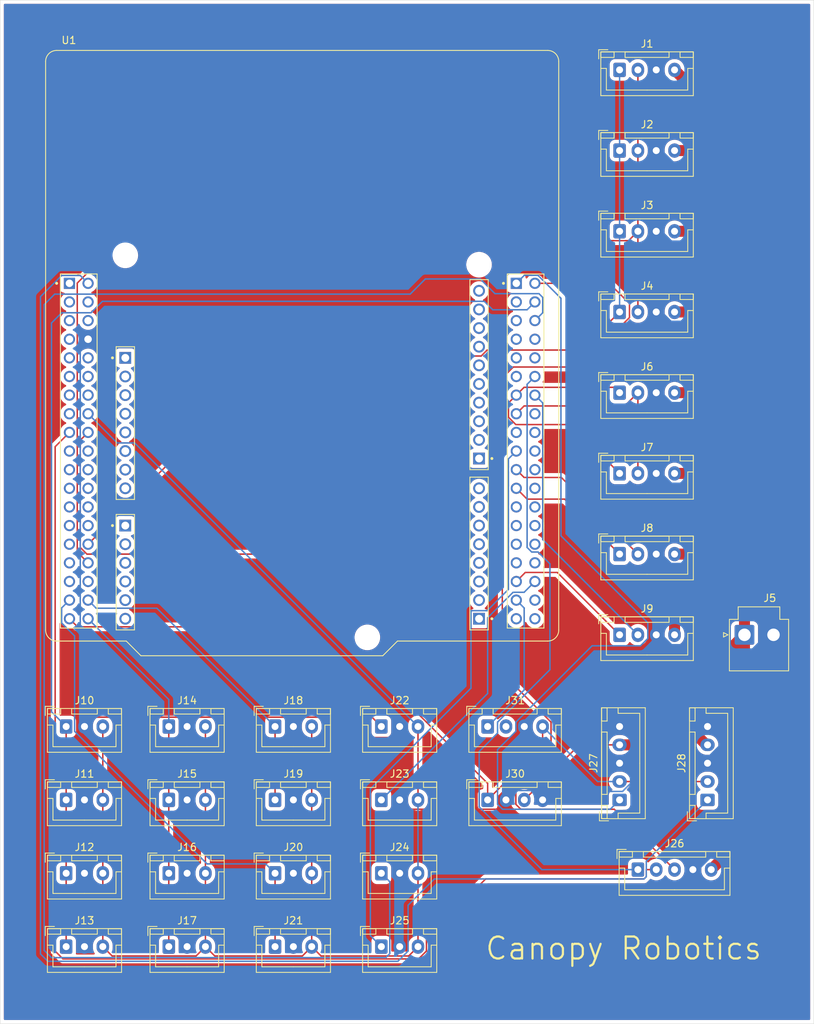
<source format=kicad_pcb>
(kicad_pcb (version 20241229) (generator "pcbnew") (generator_version "9.0")
  (layers (0 "F.Cu" signal) (2 "B.Cu" signal) (13 "F.Paste" user) (15 "B.Paste" user) (5 "F.SilkS" user "F.Silkscreen") (7 "B.SilkS" user "B.Silkscreen") (1 "F.Mask" user) (3 "B.Mask" user) (25 "Edge.Cuts" user))
  (net 0 "")
  (net 1 "/PA4")
  (net 2 "/12V")
  (net 3 "/PA1")
  (net 4 "/GND")
  (net 6 "/PA6")
  (net 7 "/PA7")
  (net 8 "/PA9")
  (net 11 "/PA8")
  (net 12 "/PA11")
  (net 13 "/PA10")
  (net 15 "/3.3V")
  (net 19 "/PC6")
  (net 21 "/PC0")
  (net 23 "/PC1")
  (net 26 "/PC2")
  (net 27 "/PC3")
  (net 30 "/PC4")
  (net 31 "/PC5")
  (net 35 "/PC7")
  (net 39 "/PA12")
  (net 40 "/PA15")
  (net 42 "/PC8")
  (net 43 "/PC9")
  (net 49 "/5V")
  (net 50 "/PC10")
  (net 51 "/PC11")
  (net 53 "/PA3")
  (net 56 "/PA2")
  (footprint "Connector_JST:JST_XH_B3B-XH-A_1x03_P2.50mm_Vertical" (layer "F.Cu") (at 136 163)
    (property "Reference" "J21")
    (property "Value" "Negative_y_switch")
  )
  (footprint "Connector_JST:JST_XH_B3B-XH-A_1x03_P2.50mm_Vertical" (layer "F.Cu") (at 136 153)
    (property "Reference" "J20")
    (property "Value" "Negative_y_switch")
  )
  (footprint "Connector_JST:JST_XH_B5B-XH-A_1x05_P2.50mm_Vertical" (layer "F.Cu") (at 183 143 90)
    (property "Reference" "J27")
    (property "Value" "Nail_gun_vacuum_switch")
  )
  (footprint "Connector_JST:JST_XH_B3B-XH-A_1x03_P2.50mm_Vertical" (layer "F.Cu") (at 107.5 153)
    (property "Reference" "J12")
    (property "Value" "Positive_z_switch")
  )
  (footprint "Connector_JST:JST_XH_B4B-XH-A_1x04_P2.50mm_Vertical" (layer "F.Cu") (at 183 54.5)
    (property "Reference" "J2")
    (property "Value" "X_motor")
  )
  (footprint "Connector_JST:JST_XH_B5B-XH-A_1x05_P2.50mm_Vertical" (layer "F.Cu") (at 195 143 90)
    (property "Reference" "J28")
    (property "Value" "Shingle_vacuum_switch")
  )
  (footprint "Connector_JST:JST_XH_B4B-XH-A_1x04_P2.50mm_Vertical" (layer "F.Cu") (at 183 43.5)
    (property "Reference" "J1")
    (property "Value" "X_motor")
  )
  (footprint "Connector_JST:JST_XH_B3B-XH-A_1x03_P2.50mm_Vertical" (layer "F.Cu") (at 121.5 163)
    (property "Reference" "J17")
    (property "Value" "Negative_z_switch")
  )
  (footprint "Connector_JST:JST_XH_B3B-XH-A_1x03_P2.50mm_Vertical" (layer "F.Cu") (at 107.5 133)
    (property "Reference" "J10")
    (property "Value" "Positive_z_switch")
  )
  (footprint "Connector_JST:JST_XH_B4B-XH-A_1x04_P2.50mm_Vertical" (layer "F.Cu") (at 183 109.5)
    (property "Reference" "J8")
    (property "Value" "Z_motor")
  )
  (footprint "Connector_JST:JST_XH_B3B-XH-A_1x03_P2.50mm_Vertical" (layer "F.Cu") (at 150.5 153)
    (property "Reference" "J24")
    (property "Value" "Positive_r_switch")
  )
  (footprint "NUCLEO-F446RE:MODULE_NUCLEO-F446RE" (layer "F.Cu") (at 139.7 82.1)
    (property "Reference" "U1")
    (property "Value" "NUCLEO-F446RE")
  )
  (footprint "Connector_JST:JST_VH_B2P-VH_1x02_P3.96mm_Vertical" (layer "F.Cu") (at 200.04 120.5)
    (property "Reference" "J5")
    (property "Value" "Power_supply")
  )
  (footprint "Connector_JST:JST_XH_B3B-XH-A_1x03_P2.50mm_Vertical" (layer "F.Cu") (at 150.5 133)
    (property "Reference" "J22")
    (property "Value" "Positive_x_switch")
  )
  (footprint "Connector_JST:JST_XH_B3B-XH-A_1x03_P2.50mm_Vertical" (layer "F.Cu") (at 121.5 153)
    (property "Reference" "J16")
    (property "Value" "Negative_z_switch")
  )
  (footprint "Connector_JST:JST_XH_B4B-XH-A_1x04_P2.50mm_Vertical" (layer "F.Cu") (at 183 87.5)
    (property "Reference" "J6")
    (property "Value" "Y_motor")
  )
  (footprint "Connector_JST:JST_XH_B3B-XH-A_1x03_P2.50mm_Vertical" (layer "F.Cu") (at 150.5 143)
    (property "Reference" "J23")
    (property "Value" "Negative_x_switch")
  )
  (footprint "Connector_JST:JST_XH_B4B-XH-A_1x04_P2.50mm_Vertical" (layer "F.Cu") (at 165 133)
    (property "Reference" "J31")
    (property "Value" "RPI_connection")
  )
  (footprint "Connector_JST:JST_XH_B3B-XH-A_1x03_P2.50mm_Vertical" (layer "F.Cu") (at 121.5 143)
    (property "Reference" "J15")
    (property "Value" "Negative_z_switch")
  )
  (footprint "Connector_JST:JST_XH_B4B-XH-A_1x04_P2.50mm_Vertical" (layer "F.Cu") (at 183 76.5)
    (property "Reference" "J4")
    (property "Value" "X_motor")
  )
  (footprint "Connector_JST:JST_XH_B3B-XH-A_1x03_P2.50mm_Vertical" (layer "F.Cu") (at 150.5 163)
    (property "Reference" "J25")
    (property "Value" "Negative_r_switch")
  )
  (footprint "Connector_JST:JST_XH_B4B-XH-A_1x04_P2.50mm_Vertical" (layer "F.Cu") (at 183 65.5)
    (property "Reference" "J3")
    (property "Value" "X_motor")
  )
  (footprint "Connector_JST:JST_XH_B4B-XH-A_1x04_P2.50mm_Vertical" (layer "F.Cu") (at 183 120.5)
    (property "Reference" "J9")
    (property "Value" "R_motor")
  )
  (footprint "Connector_JST:JST_XH_B4B-XH-A_1x04_P2.50mm_Vertical" (layer "F.Cu") (at 165 143)
    (property "Reference" "J30")
    (property "Value" "Buck_converter")
  )
  (footprint "Connector_JST:JST_XH_B3B-XH-A_1x03_P2.50mm_Vertical" (layer "F.Cu") (at 107.5 143)
    (property "Reference" "J11")
    (property "Value" "Positive_z_switch")
  )
  (footprint "Connector_JST:JST_XH_B5B-XH-A_1x05_P2.50mm_Vertical" (layer "F.Cu") (at 185.5 152.5)
    (property "Reference" "J26")
    (property "Value" "Nail_gun_trigger_linear_actuator")
  )
  (footprint "Connector_JST:JST_XH_B3B-XH-A_1x03_P2.50mm_Vertical" (layer "F.Cu") (at 136 133)
    (property "Reference" "J18")
    (property "Value" "Positive_y_switch")
  )
  (footprint "Connector_JST:JST_XH_B3B-XH-A_1x03_P2.50mm_Vertical" (layer "F.Cu") (at 136 143)
    (property "Reference" "J19")
    (property "Value" "Positive_y_switch")
  )
  (footprint "Connector_JST:JST_XH_B3B-XH-A_1x03_P2.50mm_Vertical" (layer "F.Cu") (at 121.5 133)
    (property "Reference" "J14")
    (property "Value" "Negative_z_switch")
  )
  (footprint "Connector_JST:JST_XH_B3B-XH-A_1x03_P2.50mm_Vertical" (layer "F.Cu") (at 107.5 163)
    (property "Reference" "J13")
    (property "Value" "Positive_z_switch")
  )
  (footprint "Connector_JST:JST_XH_B4B-XH-A_1x04_P2.50mm_Vertical" (layer "F.Cu") (at 183 98.5)
    (property "Reference" "J7")
    (property "Value" "Y_motor")
  )
  (gr_rect (start 98.5 34) (end 209.5 173.5) (stroke (width 0.05)) (fill no) (layer "Edge.Cuts"))
  (gr_text "Canopy Robotics" (at 164.5 165 0) (layer "F.SilkS") (effects (font (size 3 3) (thickness 0.3) (bold yes)) (justify left bottom)))
  (segment (start 109.015 109.215) (end 110.49 110.69) (width 0.2) (layer "F.Cu") (net 1))
  (segment (start 185.5 43.5) (end 185.5 76.5) (width 0.2) (layer "F.Cu") (net 1))
  (segment (start 184.225 66.775) (end 114.798862 66.775) (width 0.2) (layer "F.Cu") (net 1))
  (segment (start 185.5 65.5) (end 184.225 66.775) (width 0.2) (layer "F.Cu") (net 1))
  (segment (start 114.798862 66.775) (end 109.015 72.558862) (width 0.2) (layer "F.Cu") (net 1))
  (segment (start 109.015 72.558862) (end 109.015 109.215) (width 0.2) (layer "F.Cu") (net 1))
  (segment (start 190.5 98.5) (end 200 98.5) (width 1.5) (layer "F.Cu") (net 2))
  (segment (start 193.075 133.745584) (end 194.829416 135.5) (width 1.5) (layer "F.Cu") (net 2))
  (segment (start 200 98.5) (end 200 87.5) (width 6) (layer "F.Cu") (net 2))
  (segment (start 200 65.5) (end 200 55.5) (width 6) (layer "F.Cu") (net 2))
  (segment (start 193.075 127.465) (end 193.075 133.745584) (width 1.5) (layer "F.Cu") (net 2))
  (segment (start 200 76.5) (end 200 65.5) (width 6) (layer "F.Cu") (net 2))
  (segment (start 195 114.5) (end 190.5 119) (width 1.5) (layer "F.Cu") (net 2))
  (segment (start 199.5 109.5) (end 190.5 109.5) (width 1.5) (layer "F.Cu") (net 2))
  (segment (start 190.5 65.5) (end 200 65.5) (width 1.5) (layer "F.Cu") (net 2))
  (segment (start 200.04 114.5) (end 195 114.5) (width 1.5) (layer "F.Cu") (net 2))
  (segment (start 170 143) (end 177.5 135.5) (width 0.2) (layer "F.Cu") (net 2))
  (segment (start 200 114.46) (end 200 98.5) (width 6) (layer "F.Cu") (net 2))
  (segment (start 199.5 52.5) (end 200 52.5) (width 1.5) (layer "F.Cu") (net 2))
  (segment (start 197.77 122.77) (end 193.075 127.465) (width 1.5) (layer "F.Cu") (net 2))
  (segment (start 177.5 135.5) (end 183 135.5) (width 0.2) (layer "F.Cu") (net 2))
  (segment (start 190.5 119) (end 190.5 120.5) (width 1.5) (layer "F.Cu") (net 2))
  (segment (start 190.5 54.5) (end 199 54.5) (width 1.5) (layer "F.Cu") (net 2))
  (segment (start 190.5 76.5) (end 200 76.5) (width 1.5) (layer "F.Cu") (net 2))
  (segment (start 190.5 43.5) (end 199.5 52.5) (width 1.5) (layer "F.Cu") (net 2))
  (segment (start 185.04 135.5) (end 183 135.5) (width 1.5) (layer "F.Cu") (net 2))
  (segment (start 199 54.5) (end 200 55.5) (width 1.5) (layer "F.Cu") (net 2))
  (segment (start 200.04 120.5) (end 185.04 135.5) (width 1.5) (layer "F.Cu") (net 2))
  (segment (start 200.04 120.5) (end 197.77 122.77) (width 1.5) (layer "F.Cu") (net 2))
  (segment (start 200.04 114.5) (end 200.04 120.5) (width 1.5) (layer "F.Cu") (net 2))
  (segment (start 190.5 87.5) (end 200 87.5) (width 1.5) (layer "F.Cu") (net 2))
  (segment (start 200 87.5) (end 200 76.5) (width 6) (layer "F.Cu") (net 2))
  (segment (start 195.5 152.5) (end 200.04 147.96) (width 1.5) (layer "F.Cu") (net 2))
  (segment (start 200.04 147.96) (end 200.04 120.5) (width 1.5) (layer "F.Cu") (net 2))
  (segment (start 200 55.5) (end 200 52.145458) (width 6) (layer "F.Cu") (net 2))
  (segment (start 200 52.145458) (end 200 52.5) (width 5) (layer "F.Cu") (net 2))
  (segment (start 164.119171 82.5) (end 136.14 82.5) (width 0.2) (layer "F.Cu") (net 3))
  (segment (start 177.815 81.685) (end 164.934171 81.685) (width 0.2) (layer "F.Cu") (net 3))
  (segment (start 183 76.5) (end 177.815 81.685) (width 0.2) (layer "F.Cu") (net 3))
  (segment (start 164.934171 81.685) (end 164.119171 82.5) (width 0.2) (layer "F.Cu") (net 3))
  (segment (start 136.14 82.5) (end 110.49 108.15) (width 0.2) (layer "F.Cu") (net 3))
  (segment (start 183 43.5) (end 183 76.5) (width 0.2) (layer "B.Cu") (net 3))
  (segment (start 124 143) (end 124 153) (width 0.2) (layer "F.Cu") (net 4))
  (segment (start 138.5 153) (end 138.5 163) (width 0.2) (layer "F.Cu") (net 4))
  (segment (start 122.725 131.725) (end 111.275 131.725) (width 0.2) (layer "F.Cu") (net 4))
  (segment (start 139.775 131.725) (end 138.5 133) (width 0.2) (layer "F.Cu") (net 4))
  (segment (start 153 133) (end 151.5 134.5) (width 0.2) (layer "F.Cu") (net 4))
  (segment (start 154.275 144.275) (end 166.225 144.275) (width 0.2) (layer "F.Cu") (net 4))
  (segment (start 124 133) (end 124 143) (width 0.2) (layer "F.Cu") (net 4))
  (segment (start 151.5 134.5) (end 145 134.5) (width 0.2) (layer "F.Cu") (net 4))
  (segment (start 138.5 133) (end 138.5 143) (width 0.2) (layer "F.Cu") (net 4))
  (segment (start 110 133) (end 110 143) (width 0.2) (layer "F.Cu") (net 4))
  (segment (start 145 134.5) (end 142.225 131.725) (width 0.2) (layer "F.Cu") (net 4))
  (segment (start 111.275 131.725) (end 110 133) (width 0.2) (layer "F.Cu") (net 4))
  (segment (start 138.5 133) (end 137.225 131.725) (width 0.2) (layer "F.Cu") (net 4))
  (segment (start 166.225 144.275) (end 167.5 143) (width 0.2) (layer "F.Cu") (net 4))
  (segment (start 125.275 131.725) (end 124 133) (width 0.2) (layer "F.Cu") (net 4))
  (segment (start 124 133) (end 122.725 131.725) (width 0.2) (layer "F.Cu") (net 4))
  (segment (start 153 143) (end 154.275 144.275) (width 0.2) (layer "F.Cu") (net 4))
  (segment (start 153 143) (end 153 153) (width 0.2) (layer "F.Cu") (net 4))
  (segment (start 110 143) (end 110 153) (width 0.2) (layer "F.Cu") (net 4))
  (segment (start 142.225 131.725) (end 139.775 131.725) (width 0.2) (layer "F.Cu") (net 4))
  (segment (start 137.225 131.725) (end 125.275 131.725) (width 0.2) (layer "F.Cu") (net 4))
  (segment (start 153 133) (end 153 143) (width 0.2) (layer "F.Cu") (net 4))
  (segment (start 138.5 143) (end 138.5 153) (width 0.2) (layer "F.Cu") (net 4))
  (segment (start 153 153) (end 153 163) (width 0.2) (layer "F.Cu") (net 4))
  (segment (start 110 153) (end 110 163) (width 0.2) (layer "F.Cu") (net 4))
  (segment (start 124 153) (end 124 163) (width 0.2) (layer "F.Cu") (net 4))
  (segment (start 109.425 132.425) (end 109.425 81.275) (width 0.2) (layer "B.Cu") (net 4))
  (segment (start 183 138) (end 186.5 138) (width 1.5) (layer "B.Cu") (net 4))
  (segment (start 189.829416 67.5) (end 200 67.5) (width 1.5) (layer "B.Cu") (net 4))
  (segment (start 189.829416 100.5) (end 200 100.5) (width 1.5) (layer "B.Cu") (net 4))
  (segment (start 189.754416 78.425) (end 199.575 78.425) (width 1.5) (layer "B.Cu") (net 4))
  (segment (start 188 44) (end 188 43.5) (width 1.5) (layer "B.Cu") (net 4))
  (segment (start 186.5 138) (end 204 120.5) (width 1.5) (layer "B.Cu") (net 4))
  (segment (start 200 52) (end 196 52) (width 1.5) (layer "B.Cu") (net 4))
  (segment (start 188 65.670584) (end 189.829416 67.5) (width 1.5) (layer "B.Cu") (net 4))
  (segment (start 191.5 133) (end 204 120.5) (width 1.5) (layer "B.Cu") (net 4))
  (segment (start 192 122.5) (end 200 114.5) (width 1.5) (layer "B.Cu") (net 4))
  (segment (start 200 78) (end 200 89.5) (width 5) (layer "B.Cu") (net 4))
  (segment (start 170 133) (end 170 140.109744) (width 0.2) (layer "B.Cu") (net 4))
  (segment (start 188 76.670584) (end 189.754416 78.425) (width 1.5) (layer "B.Cu") (net 4))
  (segment (start 191.329416 58) (end 188 54.670584) (width 1.5) (layer "B.Cu") (net 4))
  (segment (start 200 58) (end 191.329416 58) (width 1.5) (layer "B.Cu") (net 4))
  (segment (start 167.5 143) (end 168.775 141.725) (width 0.2) (layer "B.Cu") (net 4))
  (segment (start 189.754416 111.425) (end 199.575 111.425) (width 1.5) (layer "B.Cu") (net 4))
  (segment (start 193 152.329416) (end 204 141.329416) (width 1.5) (layer "B.Cu") (net 4))
  (segment (start 196 52) (end 188 44) (width 1.5) (layer "B.Cu") (net 4))
  (segment (start 172.5 143) (end 173.65 141.85) (width 0.2) (layer "B.Cu") (net 4))
  (segment (start 200 100.5) (end 200 111) (width 5) (layer "B.Cu") (net 4))
  (segment (start 168.775 141.725) (end 171.225 141.725) (width 0.2) (layer "B.Cu") (net 4))
  (segment (start 204 118.5) (end 200 114.5) (width 1.5) (layer "B.Cu") (net 4))
  (segment (start 199.575 111.425) (end 200 111) (width 1.5) (layer "B.Cu") (net 4))
  (segment (start 200 67.5) (end 200 78) (width 5) (layer "B.Cu") (net 4))
  (segment (start 184.5 139.5) (end 183 138) (width 0.2) (layer "B.Cu") (net 4))
  (segment (start 195.125 133) (end 204 124.125) (width 1.5) (layer "B.Cu") (net 4))
  (segment (start 188 98.670584) (end 189.829416 100.5) (width 1.5) (layer "B.Cu") (net 4))
  (segment (start 200 52) (end 200 58) (width 5) (layer "B.Cu") (net 4))
  (segment (start 173.65 141.85) (end 183.401346 141.85) (width 0.2) (layer "B.Cu") (net 4))
  (segment (start 204 129.170584) (end 204 120.5) (width 1.5) (layer "B.Cu") (net 4))
  (segment (start 188 109.670584) (end 189.754416 111.425) (width 1.5) (layer "B.Cu") (net 4))
  (segment (start 183 133) (end 191.5 133) (width 1.5) (layer "B.Cu") (net 4))
  (segment (start 189.829416 122.5) (end 192 122.5) (width 1.5) (layer "B.Cu") (net 4))
  (segment (start 189.829416 89.5) (end 200 89.5) (width 1.5) (layer "B.Cu") (net 4))
  (segment (start 184.5 140.751346) (end 184.5 139.5) (width 0.2) (layer "B.Cu") (net 4))
  (segment (start 199.575 78.425) (end 200 78) (width 1.5) (layer "B.Cu") (net 4))
  (segment (start 183.401346 141.85) (end 184.5 140.751346) (width 0.2) (layer "B.Cu") (net 4))
  (segment (start 170 140.109744) (end 167.5 142.609744) (width 0.2) (layer "B.Cu") (net 4))
  (segment (start 188 120.670584) (end 189.829416 122.5) (width 1.5) (layer "B.Cu") (net 4))
  (segment (start 204 120.5) (end 204 118.5) (width 1.5) (layer "B.Cu") (net 4))
  (segment (start 204 141.329416) (end 204 120.5) (width 1.5) (layer "B.Cu") (net 4))
  (segment (start 200 89.5) (end 200 100.5) (width 5) (layer "B.Cu") (net 4))
  (segment (start 188 87.670584) (end 189.829416 89.5) (width 1.5) (layer "B.Cu") (net 4))
  (segment (start 195.170584 138) (end 204 129.170584) (width 1.5) (layer "B.Cu") (net 4))
  (segment (start 200 58) (end 200 67.5) (width 5) (layer "B.Cu") (net 4))
  (segment (start 109.425 81.275) (end 110.49 80.21) (width 0.2) (layer "B.Cu") (net 4))
  (segment (start 171.225 141.725) (end 172.5 143) (width 0.2) (layer "B.Cu") (net 4))
  (segment (start 204 124.125) (end 204 120.5) (width 1.5) (layer "B.Cu") (net 4))
  (segment (start 200 111) (end 200 114.5) (width 5) (layer "B.Cu") (net 4))
  (segment (start 168.845 91.845) (end 176.345 91.845) (width 0.2) (layer "F.Cu") (net 6))
  (segment (start 169.975 86.765) (end 168.91 87.83) (width 0.2) (layer "F.Cu") (net 6))
  (segment (start 167.845 90.845) (end 168.845 91.845) (width 0.2) (layer "F.Cu") (net 6))
  (segment (start 167.845 88.895) (end 167.845 90.845) (width 0.2) (layer "F.Cu") (net 6))
  (segment (start 182.265 86.765) (end 169.975 86.765) (width 0.2) (layer "F.Cu") (net 6))
  (segment (start 168.91 87.83) (end 167.845 88.895) (width 0.2) (layer "F.Cu") (net 6))
  (segment (start 176.345 91.845) (end 183 98.5) (width 0.2) (layer "F.Cu") (net 6))
  (segment (start 183.695 89.305) (end 169.975 89.305) (width 0.2) (layer "F.Cu") (net 7))
  (segment (start 185.5 87.5) (end 185.5 98.5) (width 0.2) (layer "F.Cu") (net 7))
  (segment (start 185.5 87.5) (end 183.695 89.305) (width 0.2) (layer "F.Cu") (net 7))
  (segment (start 169.975 89.305) (end 168.91 90.37) (width 0.2) (layer "F.Cu") (net 7))
  (segment (start 185.5 109.5) (end 175.055 99.055) (width 0.2) (layer "F.Cu") (net 8))
  (segment (start 175.055 99.055) (end 169.975 99.055) (width 0.2) (layer "F.Cu") (net 8))
  (segment (start 169.975 99.055) (end 168.91 97.99) (width 0.2) (layer "F.Cu") (net 8))
  (segment (start 170.385 102.005) (end 168.91 100.53) (width 0.2) (layer "F.Cu") (net 11))
  (segment (start 175.505 102.005) (end 170.385 102.005) (width 0.2) (layer "F.Cu") (net 11))
  (segment (start 183 109.5) (end 175.505 102.005) (width 0.2) (layer "F.Cu") (net 11))
  (segment (start 185.5 120.5) (end 172.515 107.515) (width 0.2) (layer "B.Cu") (net 12))
  (segment (start 172.515 88.895) (end 171.45 87.83) (width 0.2) (layer "B.Cu") (net 12))
  (segment (start 172.515 107.515) (end 172.515 88.895) (width 0.2) (layer "B.Cu") (net 12))
  (segment (start 174.5 112) (end 170.14 112) (width 0.2) (layer "F.Cu") (net 13))
  (segment (start 183 120.5) (end 174.5 112) (width 0.2) (layer "F.Cu") (net 13))
  (segment (start 170.14 112) (end 168.91 113.23) (width 0.2) (layer "F.Cu") (net 13))
  (segment (start 126.5 143) (end 126.5 133) (width 0.2) (layer "F.Cu") (net 15))
  (segment (start 126.5 153) (end 126.5 143) (width 0.2) (layer "F.Cu") (net 15))
  (segment (start 113.775 164.275) (end 112.5 163) (width 0.2) (layer "F.Cu") (net 15))
  (segment (start 112.5 143) (end 112.5 133) (width 0.2) (layer "F.Cu") (net 15))
  (segment (start 141 163) (end 141 153) (width 0.2) (layer "F.Cu") (net 15))
  (segment (start 126.5 163) (end 126.5 153) (width 0.2) (layer "F.Cu") (net 15))
  (segment (start 155.5 133) (end 155.5 143) (width 0.2) (layer "F.Cu") (net 15))
  (segment (start 139.725 164.275) (end 127.775 164.275) (width 0.2) (layer "F.Cu") (net 15))
  (segment (start 155.5 163) (end 154.225 164.275) (width 0.2) (layer "F.Cu") (net 15))
  (segment (start 155.5 153) (end 155.5 163) (width 0.2) (layer "F.Cu") (net 15))
  (segment (start 112.5 153) (end 112.5 143) (width 0.2) (layer "F.Cu") (net 15))
  (segment (start 142.275 164.275) (end 141 163) (width 0.2) (layer "F.Cu") (net 15))
  (segment (start 154.225 164.275) (end 142.275 164.275) (width 0.2) (layer "F.Cu") (net 15))
  (segment (start 141 153) (end 141 143) (width 0.2) (layer "F.Cu") (net 15))
  (segment (start 141 163) (end 139.725 164.275) (width 0.2) (layer "F.Cu") (net 15))
  (segment (start 141 143) (end 141 133) (width 0.2) (layer "F.Cu") (net 15))
  (segment (start 125.225 164.275) (end 113.775 164.275) (width 0.2) (layer "F.Cu") (net 15))
  (segment (start 112.5 163) (end 112.5 153) (width 0.2) (layer "F.Cu") (net 15))
  (segment (start 127.775 164.275) (end 126.5 163) (width 0.2) (layer "F.Cu") (net 15))
  (segment (start 126.5 163) (end 125.225 164.275) (width 0.2) (layer "F.Cu") (net 15))
  (segment (start 116.8475 94.3475) (end 114.4675 94.3475) (width 0.2) (layer "B.Cu") (net 15))
  (segment (start 155.5 133) (end 116.8475 94.3475) (width 0.2) (layer "B.Cu") (net 15))
  (segment (start 114.4675 94.3475) (end 110.49 90.37) (width 0.2) (layer "B.Cu") (net 15))
  (segment (start 155.5 143) (end 155.5 153) (width 0.2) (layer "B.Cu") (net 15))
  (segment (start 107.5 133) (end 107.5 163) (width 0.2) (layer "F.Cu") (net 19))
  (segment (start 165.695 76.195) (end 164.5475 75.0475) (width 0.2) (layer "B.Cu") (net 19))
  (segment (start 170.385 76.195) (end 165.695 76.195) (width 0.2) (layer "B.Cu") (net 19))
  (segment (start 105.5 78) (end 105.5 131) (width 0.2) (layer "B.Cu") (net 19))
  (segment (start 164.5475 75.0475) (end 112.4525 75.0475) (width 0.2) (layer "B.Cu") (net 19))
  (segment (start 110.895 76.605) (end 106.895 76.605) (width 0.2) (layer "B.Cu") (net 19))
  (segment (start 105.5 131) (end 107.5 133) (width 0.2) (layer "B.Cu") (net 19))
  (segment (start 112.4525 75.0475) (end 110.895 76.605) (width 0.2) (layer "B.Cu") (net 19))
  (segment (start 106.895 76.605) (end 105.5 78) (width 0.2) (layer "B.Cu") (net 19))
  (segment (start 171.45 75.13) (end 170.385 76.195) (width 0.2) (layer "B.Cu") (net 19))
  (segment (start 121.5 163) (end 121.5 133) (width 0.2) (layer "F.Cu") (net 21))
  (segment (start 121.5 133) (end 121.5 129.32) (width 0.2) (layer "B.Cu") (net 21))
  (segment (start 121.5 129.32) (end 110.49 118.31) (width 0.2) (layer "B.Cu") (net 21))
  (segment (start 136 143) (end 136 133) (width 0.2) (layer "F.Cu") (net 23))
  (segment (start 119.8725 116.8725) (end 111.5925 116.8725) (width 0.2) (layer "B.Cu") (net 23))
  (segment (start 111.5925 116.8725) (end 110.49 115.77) (width 0.2) (layer "B.Cu") (net 23))
  (segment (start 136 133) (end 119.8725 116.8725) (width 0.2) (layer "B.Cu") (net 23))
  (segment (start 136 163) (end 136 153) (width 0.2) (layer "F.Cu") (net 26))
  (segment (start 106.885 116.835) (end 107.95 115.77) (width 0.2) (layer "B.Cu") (net 26))
  (segment (start 108.65 120.65) (end 106.885 118.885) (width 0.2) (layer "B.Cu") (net 26))
  (segment (start 106.885 118.885) (end 106.885 116.835) (width 0.2) (layer "B.Cu") (net 26))
  (segment (start 134.725 151.725) (end 126.725 151.725) (width 0.2) (layer "B.Cu") (net 26))
  (segment (start 126.725 151.725) (end 108.65 133.65) (width 0.2) (layer "B.Cu") (net 26))
  (segment (start 136 153) (end 134.725 151.725) (width 0.2) (layer "B.Cu") (net 26))
  (segment (start 108.65 133.65) (end 108.65 120.65) (width 0.2) (layer "B.Cu") (net 26))
  (segment (start 150.5 133) (end 136.9125 119.4125) (width 0.2) (layer "F.Cu") (net 27))
  (segment (start 109.0525 119.4125) (end 107.95 118.31) (width 0.2) (layer "F.Cu") (net 27))
  (segment (start 136.9125 119.4125) (end 109.0525 119.4125) (width 0.2) (layer "F.Cu") (net 27))
  (segment (start 168.468862 114.705) (end 165 118.173862) (width 0.2) (layer "B.Cu") (net 30))
  (segment (start 165 118.173862) (end 165 128.5) (width 0.2) (layer "B.Cu") (net 30))
  (segment (start 169.975 114.705) (end 168.468862 114.705) (width 0.2) (layer "B.Cu") (net 30))
  (segment (start 171.45 113.23) (end 169.975 114.705) (width 0.2) (layer "B.Cu") (net 30))
  (segment (start 165 128.5) (end 150.5 143) (width 0.2) (layer "B.Cu") (net 30))
  (segment (start 172.515 76.605) (end 172.515 74.515) (width 0.2) (layer "B.Cu") (net 31))
  (segment (start 172 74) (end 166 74) (width 0.2) (layer "B.Cu") (net 31))
  (segment (start 156.5 72) (end 154.435 74.065) (width 0.2) (layer "B.Cu") (net 31))
  (segment (start 104.5 163.5) (end 105.5 164.5) (width 0.2) (layer "B.Cu") (net 31))
  (segment (start 171.45 77.67) (end 172.515 76.605) (width 0.2) (layer "B.Cu") (net 31))
  (segment (start 164 72) (end 156.5 72) (width 0.2) (layer "B.Cu") (net 31))
  (segment (start 151.109744 164.5) (end 151.65 163.959744) (width 0.2) (layer "B.Cu") (net 31))
  (segment (start 151.65 154.15) (end 150.5 153) (width 0.2) (layer "B.Cu") (net 31))
  (segment (start 104.5 75.5) (end 104.5 163.5) (width 0.2) (layer "B.Cu") (net 31))
  (segment (start 105.935 74.065) (end 104.5 75.5) (width 0.2) (layer "B.Cu") (net 31))
  (segment (start 151.65 163.959744) (end 151.65 154.15) (width 0.2) (layer "B.Cu") (net 31))
  (segment (start 166 74) (end 164 72) (width 0.2) (layer "B.Cu") (net 31))
  (segment (start 105.5 164.5) (end 151.109744 164.5) (width 0.2) (layer "B.Cu") (net 31))
  (segment (start 154.435 74.065) (end 105.935 74.065) (width 0.2) (layer "B.Cu") (net 31))
  (segment (start 172.515 74.515) (end 172 74) (width 0.2) (layer "B.Cu") (net 31))
  (segment (start 149 141.5) (end 149 161.5) (width 0.2) (layer "B.Cu") (net 35))
  (segment (start 162.7275 117.2075) (end 162.7275 127.7725) (width 0.2) (layer "B.Cu") (net 35))
  (segment (start 162.7275 127.7725) (end 149 141.5) (width 0.2) (layer "B.Cu") (net 35))
  (segment (start 149 161.5) (end 150.5 163) (width 0.2) (layer "B.Cu") (net 35))
  (segment (start 168.91 95.45) (end 167.835 96.525) (width 0.2) (layer "B.Cu") (net 35))
  (segment (start 167.835 96.525) (end 167.835 114.305) (width 0.2) (layer "B.Cu") (net 35))
  (segment (start 164.9325 117.2075) (end 162.7275 117.2075) (width 0.2) (layer "B.Cu") (net 35))
  (segment (start 167.835 114.305) (end 164.9325 117.2075) (width 0.2) (layer "B.Cu") (net 35))
  (segment (start 172.390256 152.5) (end 163.85 143.959744) (width 0.2) (layer "B.Cu") (net 39))
  (segment (start 163.85 136.401346) (end 166.35 133.901346) (width 0.2) (layer "B.Cu") (net 39))
  (segment (start 163.85 143.959744) (end 163.85 136.401346) (width 0.2) (layer "B.Cu") (net 39))
  (segment (start 173.5 125.248654) (end 173.5 110.823862) (width 0.2) (layer "B.Cu") (net 39))
  (segment (start 173.5 110.823862) (end 171.891138 109.215) (width 0.2) (layer "B.Cu") (net 39))
  (segment (start 171.008862 109.215) (end 170.385 108.591138) (width 0.2) (layer "B.Cu") (net 39))
  (segment (start 166.35 133.901346) (end 166.35 132.398654) (width 0.2) (layer "B.Cu") (net 39))
  (segment (start 185.5 152.5) (end 172.390256 152.5) (width 0.2) (layer "B.Cu") (net 39))
  (segment (start 170.385 86.355) (end 171.45 85.29) (width 0.2) (layer "B.Cu") (net 39))
  (segment (start 166.35 132.398654) (end 173.5 125.248654) (width 0.2) (layer "B.Cu") (net 39))
  (segment (start 171.891138 109.215) (end 171.008862 109.215) (width 0.2) (layer "B.Cu") (net 39))
  (segment (start 170.385 108.591138) (end 170.385 86.355) (width 0.2) (layer "B.Cu") (net 39))
  (segment (start 164.725 153.775) (end 156.65 161.85) (width 0.2) (layer "F.Cu") (net 40))
  (segment (start 156.65 161.85) (end 156.65 163.601346) (width 0.2) (layer "F.Cu") (net 40))
  (segment (start 186.334744 153.775) (end 164.725 153.775) (width 0.2) (layer "F.Cu") (net 40))
  (segment (start 107.065256 164.675) (end 106 163.609744) (width 0.2) (layer "F.Cu") (net 40))
  (segment (start 155.576346 164.675) (end 107.065256 164.675) (width 0.2) (layer "F.Cu") (net 40))
  (segment (start 188 152.5) (end 186.65 152.5) (width 0.2) (layer "F.Cu") (net 40))
  (segment (start 186.65 152.5) (end 186.65 153.459744) (width 0.2) (layer "F.Cu") (net 40))
  (segment (start 106 163.609744) (end 106 94.86) (width 0.2) (layer "F.Cu") (net 40))
  (segment (start 186.65 153.459744) (end 186.334744 153.775) (width 0.2) (layer "F.Cu") (net 40))
  (segment (start 106 94.86) (end 107.95 92.91) (width 0.2) (layer "F.Cu") (net 40))
  (segment (start 156.65 163.601346) (end 155.576346 164.675) (width 0.2) (layer "F.Cu") (net 40))
  (segment (start 190.5 152.5) (end 182.275 144.275) (width 0.2) (layer "F.Cu") (net 42))
  (segment (start 173.65 135.85) (end 173.65 132.398654) (width 0.2) (layer "F.Cu") (net 42))
  (segment (start 167 125.748654) (end 167 85.5) (width 0.2) (layer "F.Cu") (net 42))
  (segment (start 167 85.5) (end 168.5 84) (width 0.2) (layer "F.Cu") (net 42))
  (segment (start 168.85 143.601346) (end 168.85 140.65) (width 0.2) (layer "F.Cu") (net 42))
  (segment (start 184.35 77.259744) (end 184.35 75.35) (width 0.2) (layer "F.Cu") (net 42))
  (segment (start 168.85 140.65) (end 173.65 135.85) (width 0.2) (layer "F.Cu") (net 42))
  (segment (start 182.275 144.275) (end 169.523654 144.275) (width 0.2) (layer "F.Cu") (net 42))
  (segment (start 181.59 72.59) (end 171.45 72.59) (width 0.2) (layer "F.Cu") (net 42))
  (segment (start 169.523654 144.275) (end 168.85 143.601346) (width 0.2) (layer "F.Cu") (net 42))
  (segment (start 177.609744 84) (end 184.35 77.259744) (width 0.2) (layer "F.Cu") (net 42))
  (segment (start 168.5 84) (end 177.609744 84) (width 0.2) (layer "F.Cu") (net 42))
  (segment (start 184.35 75.35) (end 181.59 72.59) (width 0.2) (layer "F.Cu") (net 42))
  (segment (start 173.65 132.398654) (end 167 125.748654) (width 0.2) (layer "F.Cu") (net 42))
  (segment (start 175 107) (end 175 74.633862) (width 0.2) (layer "B.Cu") (net 43))
  (segment (start 166.35 143.601346) (end 166.35 136.15) (width 0.2) (layer "B.Cu") (net 43))
  (segment (start 183 143) (end 181.725 144.275) (width 0.2) (layer "B.Cu") (net 43))
  (segment (start 185.85 122) (end 186.85 121) (width 0.2) (layer "B.Cu") (net 43))
  (segment (start 167.023654 144.275) (end 166.35 143.601346) (width 0.2) (layer "B.Cu") (net 43))
  (segment (start 166.35 136.15) (end 168.85 133.65) (width 0.2) (layer "B.Cu") (net 43))
  (segment (start 186.85 118.85) (end 175 107) (width 0.2) (layer "B.Cu") (net 43))
  (segment (start 168.85 133.65) (end 168.85 132.398654) (width 0.2) (layer "B.Cu") (net 43))
  (segment (start 168.85 132.398654) (end 179.248654 122) (width 0.2) (layer "B.Cu") (net 43))
  (segment (start 181.725 144.275) (end 167.023654 144.275) (width 0.2) (layer "B.Cu") (net 43))
  (segment (start 179.248654 122) (end 185.85 122) (width 0.2) (layer "B.Cu") (net 43))
  (segment (start 170 71.5) (end 168.91 72.59) (width 0.2) (layer "B.Cu") (net 43))
  (segment (start 171.866138 71.5) (end 170 71.5) (width 0.2) (layer "B.Cu") (net 43))
  (segment (start 186.85 121) (end 186.85 118.85) (width 0.2) (layer "B.Cu") (net 43))
  (segment (start 175 74.633862) (end 171.866138 71.5) (width 0.2) (layer "B.Cu") (net 43))
  (segment (start 172.5 135.5) (end 165 143) (width 0.2) (layer "F.Cu") (net 49))
  (segment (start 165 140.748654) (end 133.751346 109.5) (width 0.2) (layer "F.Cu") (net 49))
  (segment (start 109.425 108.591138) (end 109.425 93.975) (width 0.2) (layer "F.Cu") (net 49))
  (segment (start 172.5 133) (end 172.5 135.5) (width 0.2) (layer "F.Cu") (net 49))
  (segment (start 109.425 93.975) (end 110.49 92.91) (width 0.2) (layer "F.Cu") (net 49))
  (segment (start 195 140.5) (end 183 140.5) (width 0.2) (layer "F.Cu") (net 49))
  (segment (start 165 143) (end 165 140.748654) (width 0.2) (layer "F.Cu") (net 49))
  (segment (start 110.333862 109.5) (end 109.425 108.591138) (width 0.2) (layer "F.Cu") (net 49))
  (segment (start 133.751346 109.5) (end 110.333862 109.5) (width 0.2) (layer "F.Cu") (net 49))
  (segment (start 183 140.5) (end 180 140.5) (width 0.2) (layer "B.Cu") (net 49))
  (segment (start 180 140.5) (end 172.5 133) (width 0.2) (layer "B.Cu") (net 49))
  (segment (start 152.751346 165) (end 105 165) (width 0.2) (layer "B.Cu") (net 50))
  (segment (start 186.65 151.35) (end 186.65 153.459744) (width 0.2) (layer "B.Cu") (net 50))
  (segment (start 186.65 153.459744) (end 186.334744 153.775) (width 0.2) (layer "B.Cu") (net 50))
  (segment (start 109.425 71.525) (end 110.49 72.59) (width 0.2) (layer "B.Cu") (net 50))
  (segment (start 106.885 71.525) (end 109.425 71.525) (width 0.2) (layer "B.Cu") (net 50))
  (segment (start 105 165) (end 104 164) (width 0.2) (layer "B.Cu") (net 50))
  (segment (start 157.725 153.775) (end 154.15 157.35) (width 0.2) (layer "B.Cu") (net 50))
  (segment (start 104 74.41) (end 106.885 71.525) (width 0.2) (layer "B.Cu") (net 50))
  (segment (start 154.15 157.35) (end 154.15 163.601346) (width 0.2) (layer "B.Cu") (net 50))
  (segment (start 195 143) (end 186.65 151.35) (width 0.2) (layer "B.Cu") (net 50))
  (segment (start 186.334744 153.775) (end 157.725 153.775) (width 0.2) (layer "B.Cu") (net 50))
  (segment (start 104 164) (end 104 74.41) (width 0.2) (layer "B.Cu") (net 50))
  (segment (start 154.15 163.601346) (end 152.751346 165) (width 0.2) (layer "B.Cu") (net 50))
  (segment (start 169.985 128.015) (end 169.985 116.845) (width 0.2) (layer "B.Cu") (net 56))
  (segment (start 165 133) (end 169.985 128.015) (width 0.2) (layer "B.Cu") (net 56))
  (segment (start 169.985 116.845) (end 168.91 115.77) (width 0.2) (layer "B.Cu") (net 56))
  (zone (net 4) (net_name "/GND") (layers "F.Cu" "B.Cu") (connect_pads yes (clearance 0.5)) (min_thickness 0.25) (fill yes (thermal_gap 0.5) (thermal_bridge_width 0.5))
    (polygon (pts (xy 98.5 34) (xy 209.5 34) (xy 209.5 173.5) (xy 98.5 173.5)))
  )
)
</source>
